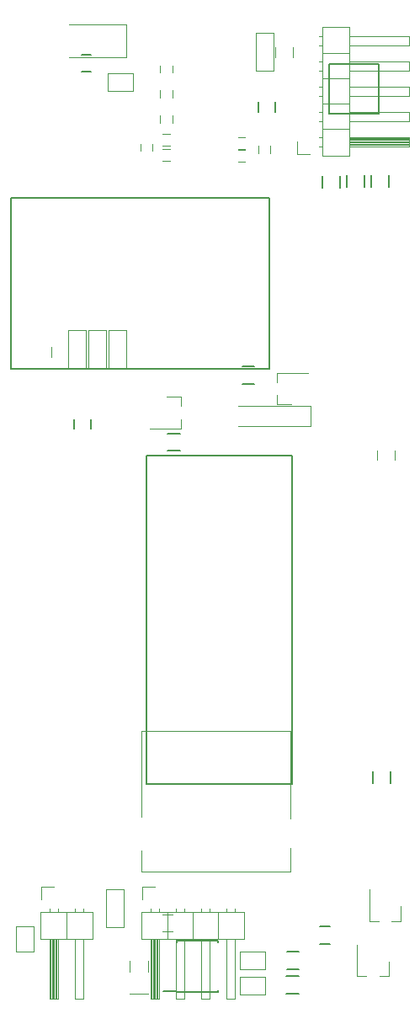
<source format=gbo>
%TF.GenerationSoftware,KiCad,Pcbnew,4.0.4-stable*%
%TF.CreationDate,2017-01-31T10:43:41+02:00*%
%TF.ProjectId,back_prototype,6261636B5F70726F746F747970652E6B,rev?*%
%TF.FileFunction,Legend,Bot*%
%FSLAX46Y46*%
G04 Gerber Fmt 4.6, Leading zero omitted, Abs format (unit mm)*
G04 Created by KiCad (PCBNEW 4.0.4-stable) date 01/31/17 10:43:41*
%MOMM*%
%LPD*%
G01*
G04 APERTURE LIST*
%ADD10C,0.100000*%
%ADD11C,0.120000*%
%ADD12C,0.150000*%
G04 APERTURE END LIST*
D10*
D11*
X69675200Y-127174800D02*
X69675200Y-124844800D01*
X54685200Y-127174800D02*
X54685200Y-125054800D01*
X69675200Y-127174800D02*
X54685200Y-127174800D01*
X69675200Y-113084800D02*
X54685200Y-113084800D01*
X69675200Y-121884800D02*
X69675200Y-113084800D01*
X54685200Y-121684800D02*
X54685200Y-113084800D01*
D12*
X79513400Y-58410400D02*
X79513400Y-57210400D01*
X77763400Y-57210400D02*
X77763400Y-58410400D01*
D11*
X54568800Y-54056800D02*
X54568800Y-54756800D01*
X55768800Y-54756800D02*
X55768800Y-54056800D01*
X56800000Y-55768800D02*
X57500000Y-55768800D01*
X57500000Y-54568800D02*
X56800000Y-54568800D01*
X47293800Y-76605246D02*
X47293800Y-72785246D01*
X47293800Y-72785246D02*
X49073800Y-72785246D01*
X49073800Y-72785246D02*
X49073800Y-76605246D01*
X47293800Y-76605246D02*
X49073800Y-76605246D01*
X49325800Y-76605246D02*
X49325800Y-72785246D01*
X49325800Y-72785246D02*
X51105800Y-72785246D01*
X51105800Y-72785246D02*
X51105800Y-76605246D01*
X49325800Y-76605246D02*
X51105800Y-76605246D01*
X53137800Y-72785246D02*
X53137800Y-76605246D01*
X53137800Y-76605246D02*
X51357800Y-76605246D01*
X51357800Y-76605246D02*
X51357800Y-72785246D01*
X53137800Y-72785246D02*
X51357800Y-72785246D01*
D12*
X48600000Y-45050000D02*
X49600000Y-45050000D01*
X49600000Y-46750000D02*
X48600000Y-46750000D01*
X68150000Y-49800000D02*
X68150000Y-50800000D01*
X66450000Y-50800000D02*
X66450000Y-49800000D01*
X73600000Y-134450000D02*
X72600000Y-134450000D01*
X72600000Y-132750000D02*
X73600000Y-132750000D01*
X47850000Y-82700000D02*
X47850000Y-81700000D01*
X49550000Y-81700000D02*
X49550000Y-82700000D01*
D11*
X69850000Y-44300000D02*
X69850000Y-45300000D01*
X68150000Y-45300000D02*
X68150000Y-44300000D01*
X45550000Y-75500000D02*
X45550000Y-74500000D01*
X47250000Y-74500000D02*
X47250000Y-75500000D01*
X64369200Y-54549600D02*
X65069200Y-54549600D01*
X65069200Y-53349600D02*
X64369200Y-53349600D01*
X66405200Y-54260000D02*
X66405200Y-54960000D01*
X67605200Y-54960000D02*
X67605200Y-54260000D01*
X65069200Y-54619600D02*
X64369200Y-54619600D01*
X64369200Y-55819600D02*
X65069200Y-55819600D01*
X57500000Y-53044800D02*
X56800000Y-53044800D01*
X56800000Y-54244800D02*
X57500000Y-54244800D01*
X57750000Y-51912000D02*
X57750000Y-51212000D01*
X56550000Y-51212000D02*
X56550000Y-51912000D01*
X57750000Y-49372000D02*
X57750000Y-48672000D01*
X56550000Y-48672000D02*
X56550000Y-49372000D01*
X57750000Y-46882800D02*
X57750000Y-46182800D01*
X56550000Y-46182800D02*
X56550000Y-46882800D01*
X57751600Y-133234800D02*
X56751600Y-133234800D01*
X56751600Y-131534800D02*
X57751600Y-131534800D01*
X78398000Y-85844000D02*
X78398000Y-84844000D01*
X80098000Y-84844000D02*
X80098000Y-85844000D01*
X64356800Y-80381600D02*
X71656800Y-80381600D01*
X71656800Y-80381600D02*
X71656800Y-82381600D01*
X71656800Y-82381600D02*
X64356800Y-82381600D01*
X53766800Y-48692800D02*
X51226800Y-48692800D01*
X51226800Y-46912800D02*
X53766800Y-46912800D01*
X51226800Y-46912800D02*
X51226800Y-48692800D01*
X53766800Y-48692800D02*
X53766800Y-46912800D01*
X66166000Y-46664800D02*
X66166000Y-42844800D01*
X66166000Y-42844800D02*
X67946000Y-42844800D01*
X67946000Y-42844800D02*
X67946000Y-46664800D01*
X66166000Y-46664800D02*
X67946000Y-46664800D01*
X72857200Y-55220000D02*
X72857200Y-52560000D01*
X72857200Y-52560000D02*
X75597200Y-52560000D01*
X75597200Y-52560000D02*
X75597200Y-55220000D01*
X75597200Y-55220000D02*
X72857200Y-55220000D01*
X75597200Y-54270000D02*
X75597200Y-53390000D01*
X75597200Y-53390000D02*
X81597200Y-53390000D01*
X81597200Y-53390000D02*
X81597200Y-54270000D01*
X81597200Y-54270000D02*
X75597200Y-54270000D01*
X72547200Y-54270000D02*
X72857200Y-54270000D01*
X72547200Y-53390000D02*
X72857200Y-53390000D01*
X75597200Y-54150000D02*
X81597200Y-54150000D01*
X75597200Y-54030000D02*
X81597200Y-54030000D01*
X75597200Y-53910000D02*
X81597200Y-53910000D01*
X75597200Y-53790000D02*
X81597200Y-53790000D01*
X75597200Y-53670000D02*
X81597200Y-53670000D01*
X75597200Y-53550000D02*
X81597200Y-53550000D01*
X75597200Y-53430000D02*
X81597200Y-53430000D01*
X72857200Y-52560000D02*
X72857200Y-50020000D01*
X72857200Y-50020000D02*
X75597200Y-50020000D01*
X75597200Y-50020000D02*
X75597200Y-52560000D01*
X75597200Y-52560000D02*
X72857200Y-52560000D01*
X75597200Y-51730000D02*
X75597200Y-50850000D01*
X75597200Y-50850000D02*
X81597200Y-50850000D01*
X81597200Y-50850000D02*
X81597200Y-51730000D01*
X81597200Y-51730000D02*
X75597200Y-51730000D01*
X72547200Y-51730000D02*
X72857200Y-51730000D01*
X72547200Y-50850000D02*
X72857200Y-50850000D01*
X72857200Y-50020000D02*
X72857200Y-47480000D01*
X72857200Y-47480000D02*
X75597200Y-47480000D01*
X75597200Y-47480000D02*
X75597200Y-50020000D01*
X75597200Y-50020000D02*
X72857200Y-50020000D01*
X75597200Y-49190000D02*
X75597200Y-48310000D01*
X75597200Y-48310000D02*
X81597200Y-48310000D01*
X81597200Y-48310000D02*
X81597200Y-49190000D01*
X81597200Y-49190000D02*
X75597200Y-49190000D01*
X72547200Y-49190000D02*
X72857200Y-49190000D01*
X72547200Y-48310000D02*
X72857200Y-48310000D01*
X72857200Y-47480000D02*
X72857200Y-44940000D01*
X72857200Y-44940000D02*
X75597200Y-44940000D01*
X75597200Y-44940000D02*
X75597200Y-47480000D01*
X75597200Y-47480000D02*
X72857200Y-47480000D01*
X75597200Y-46650000D02*
X75597200Y-45770000D01*
X75597200Y-45770000D02*
X81597200Y-45770000D01*
X81597200Y-45770000D02*
X81597200Y-46650000D01*
X81597200Y-46650000D02*
X75597200Y-46650000D01*
X72547200Y-46650000D02*
X72857200Y-46650000D01*
X72547200Y-45770000D02*
X72857200Y-45770000D01*
X72857200Y-44940000D02*
X72857200Y-42280000D01*
X72857200Y-42280000D02*
X75597200Y-42280000D01*
X75597200Y-42280000D02*
X75597200Y-44940000D01*
X75597200Y-44940000D02*
X72857200Y-44940000D01*
X75597200Y-44110000D02*
X75597200Y-43230000D01*
X75597200Y-43230000D02*
X81597200Y-43230000D01*
X81597200Y-43230000D02*
X81597200Y-44110000D01*
X81597200Y-44110000D02*
X75597200Y-44110000D01*
X72547200Y-44110000D02*
X72857200Y-44110000D01*
X72547200Y-43230000D02*
X72857200Y-43230000D01*
X70307200Y-53830000D02*
X70307200Y-55100000D01*
X70307200Y-55100000D02*
X71577200Y-55100000D01*
X68277200Y-80218400D02*
X68277200Y-79288400D01*
X68277200Y-77058400D02*
X68277200Y-77988400D01*
X68277200Y-77058400D02*
X71437200Y-77058400D01*
X68277200Y-80218400D02*
X69737200Y-80218400D01*
D12*
X66030400Y-76442600D02*
X64830400Y-76442600D01*
X64830400Y-78192600D02*
X66030400Y-78192600D01*
X77075000Y-58410400D02*
X77075000Y-57210400D01*
X75325000Y-57210400D02*
X75325000Y-58410400D01*
X74636600Y-58461200D02*
X74636600Y-57261200D01*
X72886600Y-57261200D02*
X72886600Y-58461200D01*
D11*
X54610000Y-131280000D02*
X57270000Y-131280000D01*
X57270000Y-131280000D02*
X57270000Y-134020000D01*
X57270000Y-134020000D02*
X54610000Y-134020000D01*
X54610000Y-134020000D02*
X54610000Y-131280000D01*
X55560000Y-134020000D02*
X56440000Y-134020000D01*
X56440000Y-134020000D02*
X56440000Y-140020000D01*
X56440000Y-140020000D02*
X55560000Y-140020000D01*
X55560000Y-140020000D02*
X55560000Y-134020000D01*
X55560000Y-130970000D02*
X55560000Y-131280000D01*
X56440000Y-130970000D02*
X56440000Y-131280000D01*
X55680000Y-134020000D02*
X55680000Y-140020000D01*
X55800000Y-134020000D02*
X55800000Y-140020000D01*
X55920000Y-134020000D02*
X55920000Y-140020000D01*
X56040000Y-134020000D02*
X56040000Y-140020000D01*
X56160000Y-134020000D02*
X56160000Y-140020000D01*
X56280000Y-134020000D02*
X56280000Y-140020000D01*
X56400000Y-134020000D02*
X56400000Y-140020000D01*
X57270000Y-131280000D02*
X59810000Y-131280000D01*
X59810000Y-131280000D02*
X59810000Y-134020000D01*
X59810000Y-134020000D02*
X57270000Y-134020000D01*
X57270000Y-134020000D02*
X57270000Y-131280000D01*
X58100000Y-134020000D02*
X58980000Y-134020000D01*
X58980000Y-134020000D02*
X58980000Y-140020000D01*
X58980000Y-140020000D02*
X58100000Y-140020000D01*
X58100000Y-140020000D02*
X58100000Y-134020000D01*
X58100000Y-130970000D02*
X58100000Y-131280000D01*
X58980000Y-130970000D02*
X58980000Y-131280000D01*
X59810000Y-131280000D02*
X62350000Y-131280000D01*
X62350000Y-131280000D02*
X62350000Y-134020000D01*
X62350000Y-134020000D02*
X59810000Y-134020000D01*
X59810000Y-134020000D02*
X59810000Y-131280000D01*
X60640000Y-134020000D02*
X61520000Y-134020000D01*
X61520000Y-134020000D02*
X61520000Y-140020000D01*
X61520000Y-140020000D02*
X60640000Y-140020000D01*
X60640000Y-140020000D02*
X60640000Y-134020000D01*
X60640000Y-130970000D02*
X60640000Y-131280000D01*
X61520000Y-130970000D02*
X61520000Y-131280000D01*
X62350000Y-131280000D02*
X65010000Y-131280000D01*
X65010000Y-131280000D02*
X65010000Y-134020000D01*
X65010000Y-134020000D02*
X62350000Y-134020000D01*
X62350000Y-134020000D02*
X62350000Y-131280000D01*
X63180000Y-134020000D02*
X64060000Y-134020000D01*
X64060000Y-134020000D02*
X64060000Y-140020000D01*
X64060000Y-140020000D02*
X63180000Y-140020000D01*
X63180000Y-140020000D02*
X63180000Y-134020000D01*
X63180000Y-130970000D02*
X63180000Y-131280000D01*
X64060000Y-130970000D02*
X64060000Y-131280000D01*
X56000000Y-128730000D02*
X54730000Y-128730000D01*
X54730000Y-128730000D02*
X54730000Y-130000000D01*
X44450000Y-131280000D02*
X47110000Y-131280000D01*
X47110000Y-131280000D02*
X47110000Y-134020000D01*
X47110000Y-134020000D02*
X44450000Y-134020000D01*
X44450000Y-134020000D02*
X44450000Y-131280000D01*
X45400000Y-134020000D02*
X46280000Y-134020000D01*
X46280000Y-134020000D02*
X46280000Y-140020000D01*
X46280000Y-140020000D02*
X45400000Y-140020000D01*
X45400000Y-140020000D02*
X45400000Y-134020000D01*
X45400000Y-130970000D02*
X45400000Y-131280000D01*
X46280000Y-130970000D02*
X46280000Y-131280000D01*
X45520000Y-134020000D02*
X45520000Y-140020000D01*
X45640000Y-134020000D02*
X45640000Y-140020000D01*
X45760000Y-134020000D02*
X45760000Y-140020000D01*
X45880000Y-134020000D02*
X45880000Y-140020000D01*
X46000000Y-134020000D02*
X46000000Y-140020000D01*
X46120000Y-134020000D02*
X46120000Y-140020000D01*
X46240000Y-134020000D02*
X46240000Y-140020000D01*
X47110000Y-131280000D02*
X49770000Y-131280000D01*
X49770000Y-131280000D02*
X49770000Y-134020000D01*
X49770000Y-134020000D02*
X47110000Y-134020000D01*
X47110000Y-134020000D02*
X47110000Y-131280000D01*
X47940000Y-134020000D02*
X48820000Y-134020000D01*
X48820000Y-134020000D02*
X48820000Y-140020000D01*
X48820000Y-140020000D02*
X47940000Y-140020000D01*
X47940000Y-140020000D02*
X47940000Y-134020000D01*
X47940000Y-130970000D02*
X47940000Y-131280000D01*
X48820000Y-130970000D02*
X48820000Y-131280000D01*
X45840000Y-128730000D02*
X44570000Y-128730000D01*
X44570000Y-128730000D02*
X44570000Y-130000000D01*
D12*
X41508400Y-59480800D02*
X67508400Y-59480800D01*
X41508400Y-76680800D02*
X41508400Y-59480800D01*
X67508400Y-76680800D02*
X41508400Y-76680800D01*
X67508400Y-59480800D02*
X67508400Y-76680800D01*
D11*
X58621200Y-79496800D02*
X58621200Y-80426800D01*
X58621200Y-82656800D02*
X58621200Y-81726800D01*
X58621200Y-82656800D02*
X55461200Y-82656800D01*
X58621200Y-79496800D02*
X57161200Y-79496800D01*
D12*
X58512000Y-83148200D02*
X57312000Y-83148200D01*
X57312000Y-84898200D02*
X58512000Y-84898200D01*
X55190800Y-118369600D02*
X55190800Y-85369600D01*
X69790800Y-118369600D02*
X55190800Y-118369600D01*
X69790800Y-85369600D02*
X69790800Y-118369600D01*
X55190800Y-85369600D02*
X69790800Y-85369600D01*
D11*
X42010000Y-135270000D02*
X42010000Y-132730000D01*
X43790000Y-132730000D02*
X43790000Y-135270000D01*
X43790000Y-132730000D02*
X42010000Y-132730000D01*
X42010000Y-135270000D02*
X43790000Y-135270000D01*
X52890000Y-128990000D02*
X52890000Y-132810000D01*
X52890000Y-132810000D02*
X51110000Y-132810000D01*
X51110000Y-132810000D02*
X51110000Y-128990000D01*
X52890000Y-128990000D02*
X51110000Y-128990000D01*
X67056000Y-137008600D02*
X64516000Y-137008600D01*
X64516000Y-135228600D02*
X67056000Y-135228600D01*
X64516000Y-135228600D02*
X64516000Y-137008600D01*
X67056000Y-137008600D02*
X67056000Y-135228600D01*
X67081400Y-139574000D02*
X64541400Y-139574000D01*
X64541400Y-137794000D02*
X67081400Y-137794000D01*
X64541400Y-137794000D02*
X64541400Y-139574000D01*
X67081400Y-139574000D02*
X67081400Y-137794000D01*
X80751800Y-132179600D02*
X79821800Y-132179600D01*
X77591800Y-132179600D02*
X78521800Y-132179600D01*
X77591800Y-132179600D02*
X77591800Y-129019600D01*
X80751800Y-132179600D02*
X80751800Y-130719600D01*
X79507200Y-137716800D02*
X78577200Y-137716800D01*
X76347200Y-137716800D02*
X77277200Y-137716800D01*
X76347200Y-137716800D02*
X76347200Y-134556800D01*
X79507200Y-137716800D02*
X79507200Y-136256800D01*
D12*
X69300800Y-136993600D02*
X70500800Y-136993600D01*
X70500800Y-135243600D02*
X69300800Y-135243600D01*
X70450000Y-137707400D02*
X69250000Y-137707400D01*
X69250000Y-139457400D02*
X70450000Y-139457400D01*
X58217000Y-139303200D02*
X58217000Y-139253200D01*
X62367000Y-139303200D02*
X62367000Y-139158200D01*
X62367000Y-134153200D02*
X62367000Y-134298200D01*
X58217000Y-134153200D02*
X58217000Y-134298200D01*
X58217000Y-139303200D02*
X62367000Y-139303200D01*
X58217000Y-134153200D02*
X62367000Y-134153200D01*
X58217000Y-139253200D02*
X56817000Y-139253200D01*
D11*
X55356800Y-137303000D02*
X55356800Y-136203000D01*
X53456800Y-137303000D02*
X53456800Y-136203000D01*
X55306800Y-139453000D02*
X53506800Y-139453000D01*
X53150000Y-42050000D02*
X47350000Y-42050000D01*
X53150000Y-45350000D02*
X47350000Y-45350000D01*
X53150000Y-42050000D02*
X53150000Y-45350000D01*
D12*
X77925000Y-117100000D02*
X77925000Y-118300000D01*
X79675000Y-118300000D02*
X79675000Y-117100000D01*
X78500000Y-46000000D02*
X73500000Y-46000000D01*
X73500000Y-46000000D02*
X73500000Y-51000000D01*
X73500000Y-51000000D02*
X78500000Y-51000000D01*
X78500000Y-51000000D02*
X78500000Y-46000000D01*
M02*

</source>
